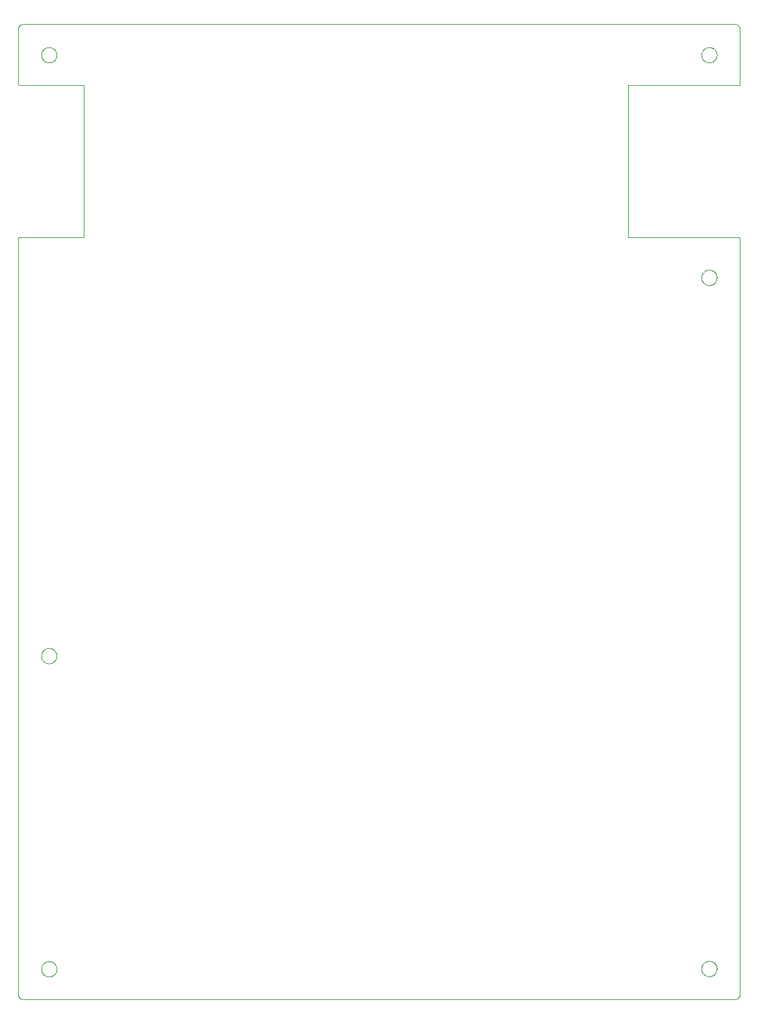
<source format=gm1>
G04 #@! TF.GenerationSoftware,KiCad,Pcbnew,(5.1.5-0-10_14)*
G04 #@! TF.CreationDate,2020-05-14T05:34:13+09:00*
G04 #@! TF.ProjectId,N-bottom-v02,4e2d626f-7474-46f6-9d2d-7630322e6b69,rev?*
G04 #@! TF.SameCoordinates,Original*
G04 #@! TF.FileFunction,Profile,NP*
%FSLAX46Y46*%
G04 Gerber Fmt 4.6, Leading zero omitted, Abs format (unit mm)*
G04 Created by KiCad (PCBNEW (5.1.5-0-10_14)) date 2020-05-14 05:34:13*
%MOMM*%
%LPD*%
G04 APERTURE LIST*
%ADD10C,0.050000*%
G04 APERTURE END LIST*
D10*
X81565227Y-30459983D02*
X81516214Y-30461856D01*
X81516214Y-30461856D02*
X81471191Y-30466920D01*
X81471191Y-30466920D02*
X81427061Y-30475058D01*
X81427061Y-30475058D02*
X81387025Y-30485272D01*
X81387025Y-30485272D02*
X81348026Y-30497941D01*
X81348026Y-30497941D02*
X81312183Y-30512100D01*
X81312183Y-30512100D02*
X81277902Y-30528064D01*
X81277902Y-30528064D02*
X81244591Y-30546043D01*
X81244591Y-30546043D02*
X81212955Y-30565597D01*
X81212955Y-30565597D02*
X81183217Y-30586428D01*
X81183217Y-30586428D02*
X81155180Y-30608520D01*
X81155180Y-30608520D02*
X81128486Y-30632078D01*
X81128486Y-30632078D02*
X81112599Y-30647435D01*
X80925147Y-38276156D02*
X80931288Y-38320203D01*
X80931288Y-38320203D02*
X80946314Y-38355731D01*
X80946314Y-38355731D02*
X80967628Y-38384725D01*
X80967628Y-38384725D02*
X80994730Y-38408170D01*
X80994730Y-38408170D02*
X81027654Y-38425518D01*
X81027654Y-38425518D02*
X81069068Y-38435374D01*
X81069068Y-38435374D02*
X81085167Y-38436176D01*
X174817940Y-38436176D02*
X174861982Y-38430000D01*
X174861982Y-38430000D02*
X174897365Y-38415020D01*
X174897365Y-38415020D02*
X174926242Y-38393837D01*
X174926242Y-38393837D02*
X174949588Y-38367020D01*
X174949588Y-38367020D02*
X174967040Y-38334265D01*
X174967040Y-38334265D02*
X174976999Y-38293713D01*
X174976999Y-38293713D02*
X174977960Y-38276156D01*
X174977960Y-58401253D02*
X174971829Y-58357318D01*
X174971829Y-58357318D02*
X174956806Y-58321801D01*
X174956806Y-58321801D02*
X174935461Y-58292765D01*
X174935461Y-58292765D02*
X174908555Y-58269436D01*
X174908555Y-58269436D02*
X174875796Y-58252060D01*
X174875796Y-58252060D02*
X174834998Y-58242136D01*
X174834998Y-58242136D02*
X174817940Y-58241233D01*
X81112599Y-30647435D02*
X81087744Y-30673746D01*
X81087744Y-30673746D02*
X81064830Y-30700898D01*
X81064830Y-30700898D02*
X81040709Y-30733178D01*
X81040709Y-30733178D02*
X81020655Y-30763664D01*
X81020655Y-30763664D02*
X81002179Y-30795606D01*
X81002179Y-30795606D02*
X80984665Y-30830501D01*
X80984665Y-30830501D02*
X80969319Y-30866376D01*
X80969319Y-30866376D02*
X80955882Y-30904058D01*
X80955882Y-30904058D02*
X80944500Y-30943797D01*
X80944500Y-30943797D02*
X80935187Y-30987057D01*
X80935187Y-30987057D02*
X80928822Y-31031444D01*
X80928822Y-31031444D02*
X80925468Y-31079620D01*
X80925468Y-31079620D02*
X80925147Y-31099978D01*
X80925147Y-31099978D02*
X80925147Y-38276156D01*
X84927000Y-154491570D02*
X84877838Y-154490385D01*
X84877838Y-154490385D02*
X84830081Y-154486948D01*
X84830081Y-154486948D02*
X84784531Y-154481530D01*
X84784531Y-154481530D02*
X84741550Y-154474463D01*
X84741550Y-154474463D02*
X84699965Y-154465774D01*
X84699965Y-154465774D02*
X84658470Y-154455229D01*
X84658470Y-154455229D02*
X84617871Y-154443041D01*
X84617871Y-154443041D02*
X84580350Y-154430068D01*
X84580350Y-154430068D02*
X84543695Y-154415740D01*
X84543695Y-154415740D02*
X84508450Y-154400350D01*
X84508450Y-154400350D02*
X84474264Y-154383834D01*
X84474264Y-154383834D02*
X84438667Y-154364884D01*
X84438667Y-154364884D02*
X84406843Y-154346330D01*
X84406843Y-154346330D02*
X84374989Y-154326136D01*
X84374989Y-154326136D02*
X84344883Y-154305449D01*
X84344883Y-154305449D02*
X84314988Y-154283249D01*
X84314988Y-154283249D02*
X84286830Y-154260701D01*
X84286830Y-154260701D02*
X84258676Y-154236420D01*
X84258676Y-154236420D02*
X84232396Y-154212041D01*
X84232396Y-154212041D02*
X84207265Y-154187017D01*
X84207265Y-154187017D02*
X84182147Y-154160143D01*
X84182147Y-154160143D02*
X84158142Y-154132504D01*
X84158142Y-154132504D02*
X84135607Y-154104588D01*
X84135607Y-154104588D02*
X84114175Y-154076014D01*
X84114175Y-154076014D02*
X84091665Y-154043532D01*
X84091665Y-154043532D02*
X84071599Y-154012066D01*
X84071599Y-154012066D02*
X84051583Y-153977838D01*
X84051583Y-153977838D02*
X84033758Y-153944454D01*
X84033758Y-153944454D02*
X84015902Y-153907570D01*
X84015902Y-153907570D02*
X84000695Y-153872685D01*
X84000695Y-153872685D02*
X83986392Y-153836046D01*
X83986392Y-153836046D02*
X83973267Y-153797992D01*
X83973267Y-153797992D02*
X83961699Y-153759448D01*
X83961699Y-153759448D02*
X83951395Y-153719136D01*
X83951395Y-153719136D02*
X83942631Y-153677613D01*
X83942631Y-153677613D02*
X83935490Y-153634695D01*
X83935490Y-153634695D02*
X83930039Y-153589605D01*
X83930039Y-153589605D02*
X83926485Y-153541521D01*
X83926485Y-153541521D02*
X83925225Y-153490810D01*
X171978220Y-153459483D02*
X171977013Y-153508992D01*
X171977013Y-153508992D02*
X171973590Y-153556304D01*
X171973590Y-153556304D02*
X171968219Y-153601421D01*
X171968219Y-153601421D02*
X171960728Y-153646670D01*
X171960728Y-153646670D02*
X171951813Y-153688753D01*
X171951813Y-153688753D02*
X171941261Y-153729795D01*
X171941261Y-153729795D02*
X171929574Y-153768493D01*
X171929574Y-153768493D02*
X171916516Y-153806155D01*
X171916516Y-153806155D02*
X171902167Y-153842767D01*
X171902167Y-153842767D02*
X171886278Y-153879004D01*
X171886278Y-153879004D02*
X171869707Y-153913127D01*
X171869707Y-153913127D02*
X171851807Y-153946675D01*
X171851807Y-153946675D02*
X171832100Y-153980418D01*
X171832100Y-153980418D02*
X171811864Y-154012205D01*
X171811864Y-154012205D02*
X171791358Y-154041939D01*
X171791358Y-154041939D02*
X171769135Y-154071776D01*
X171769135Y-154071776D02*
X171746331Y-154100170D01*
X171746331Y-154100170D02*
X171722782Y-154127421D01*
X171722782Y-154127421D02*
X171698547Y-154153530D01*
X171698547Y-154153530D02*
X171671795Y-154180325D01*
X171671795Y-154180325D02*
X171645869Y-154204468D01*
X171645869Y-154204468D02*
X171618242Y-154228414D01*
X171618242Y-154228414D02*
X171590046Y-154251117D01*
X171590046Y-154251117D02*
X171561032Y-154272809D01*
X171561032Y-154272809D02*
X171531383Y-154293352D01*
X171531383Y-154293352D02*
X171500015Y-154313429D01*
X171500015Y-154313429D02*
X171468527Y-154331983D01*
X171468527Y-154331983D02*
X171435653Y-154349749D01*
X171435653Y-154349749D02*
X171401719Y-154366465D01*
X171401719Y-154366465D02*
X171366034Y-154382359D01*
X171366034Y-154382359D02*
X171328923Y-154397143D01*
X171328923Y-154397143D02*
X171288928Y-154411180D01*
X171288928Y-154411180D02*
X171250410Y-154422916D01*
X171250410Y-154422916D02*
X171208628Y-154433741D01*
X171208628Y-154433741D02*
X171166171Y-154442776D01*
X171166171Y-154442776D02*
X171122695Y-154450036D01*
X171122695Y-154450036D02*
X171077835Y-154455468D01*
X171077835Y-154455468D02*
X171030410Y-154458980D01*
X171030410Y-154458980D02*
X170980804Y-154460242D01*
X170980804Y-154460242D02*
X170980000Y-154460243D01*
X174977960Y-38276156D02*
X174977960Y-31099978D01*
X160403440Y-38436176D02*
X174817940Y-38436176D01*
X174977960Y-156819903D02*
X174977960Y-58401253D01*
X160403440Y-58241233D02*
X160403440Y-38436176D01*
X83925225Y-112717883D02*
X83926406Y-112668911D01*
X83926406Y-112668911D02*
X83930000Y-112619754D01*
X83930000Y-112619754D02*
X83935490Y-112574382D01*
X83935490Y-112574382D02*
X83942775Y-112530796D01*
X83942775Y-112530796D02*
X83951749Y-112488618D01*
X83951749Y-112488618D02*
X83962167Y-112448220D01*
X83962167Y-112448220D02*
X83974096Y-112408861D01*
X83974096Y-112408861D02*
X83987318Y-112370913D01*
X83987318Y-112370913D02*
X84002452Y-112332621D01*
X84002452Y-112332621D02*
X84017813Y-112297861D01*
X84017813Y-112297861D02*
X84034448Y-112263806D01*
X84034448Y-112263806D02*
X84052321Y-112230484D01*
X84052321Y-112230484D02*
X84070813Y-112198890D01*
X84070813Y-112198890D02*
X84091665Y-112166161D01*
X84091665Y-112166161D02*
X84112198Y-112136441D01*
X84112198Y-112136441D02*
X84133993Y-112107212D01*
X84133993Y-112107212D02*
X84157299Y-112078236D01*
X84157299Y-112078236D02*
X84180893Y-112050991D01*
X84180893Y-112050991D02*
X84205439Y-112024616D01*
X84205439Y-112024616D02*
X84234158Y-111996012D01*
X84234158Y-111996012D02*
X84260637Y-111971567D01*
X84260637Y-111971567D02*
X84287988Y-111948075D01*
X84287988Y-111948075D02*
X84316180Y-111925561D01*
X84316180Y-111925561D02*
X84348873Y-111901433D01*
X84348873Y-111901433D02*
X84378768Y-111881086D01*
X84378768Y-111881086D02*
X84410718Y-111861018D01*
X84410718Y-111861018D02*
X84443464Y-111842134D01*
X84443464Y-111842134D02*
X84476633Y-111824633D01*
X84476633Y-111824633D02*
X84513640Y-111806929D01*
X84513640Y-111806929D02*
X84548990Y-111791721D01*
X84548990Y-111791721D02*
X84587547Y-111776928D01*
X84587547Y-111776928D02*
X84625382Y-111764161D01*
X84625382Y-111764161D02*
X84666864Y-111752067D01*
X84666864Y-111752067D02*
X84707548Y-111742075D01*
X84707548Y-111742075D02*
X84751563Y-111733274D01*
X84751563Y-111733274D02*
X84795467Y-111726523D01*
X84795467Y-111726523D02*
X84841167Y-111721591D01*
X84841167Y-111721591D02*
X84889067Y-111718672D01*
X84889067Y-111718672D02*
X84927000Y-111717970D01*
X174337880Y-157459983D02*
X174388590Y-157457998D01*
X174388590Y-157457998D02*
X174433761Y-157452840D01*
X174433761Y-157452840D02*
X174477933Y-157444599D01*
X174477933Y-157444599D02*
X174518156Y-157434224D01*
X174518156Y-157434224D02*
X174556514Y-157421645D01*
X174556514Y-157421645D02*
X174592652Y-157407243D01*
X174592652Y-157407243D02*
X174626918Y-157391128D01*
X174626918Y-157391128D02*
X174660876Y-157372595D01*
X174660876Y-157372595D02*
X174691954Y-157353181D01*
X174691954Y-157353181D02*
X174721615Y-157332214D01*
X174721615Y-157332214D02*
X174749638Y-157309950D01*
X174749638Y-157309950D02*
X174776883Y-157285688D01*
X174776883Y-157285688D02*
X174802041Y-157260628D01*
X174802041Y-157260628D02*
X174826254Y-157233661D01*
X174826254Y-157233661D02*
X174849073Y-157205154D01*
X174849073Y-157205154D02*
X174870404Y-157175152D01*
X174870404Y-157175152D02*
X174889773Y-157144315D01*
X174889773Y-157144315D02*
X174908069Y-157111042D01*
X174908069Y-157111042D02*
X174924315Y-157076821D01*
X174924315Y-157076821D02*
X174939235Y-157039681D01*
X174939235Y-157039681D02*
X174952135Y-157000484D01*
X174952135Y-157000484D02*
X174962751Y-156959243D01*
X174962751Y-156959243D02*
X174970798Y-156915978D01*
X174970798Y-156915978D02*
X174975970Y-156870723D01*
X174975970Y-156870723D02*
X174977953Y-156822491D01*
X174977953Y-156822491D02*
X174977960Y-156819903D01*
X170980000Y-152459570D02*
X171028819Y-152460752D01*
X171028819Y-152460752D02*
X171075871Y-152464157D01*
X171075871Y-152464157D02*
X171121532Y-152469619D01*
X171121532Y-152469619D02*
X171164643Y-152476768D01*
X171164643Y-152476768D02*
X171205994Y-152485487D01*
X171205994Y-152485487D02*
X171246338Y-152495802D01*
X171246338Y-152495802D02*
X171285652Y-152507630D01*
X171285652Y-152507630D02*
X171322849Y-152520492D01*
X171322849Y-152520492D02*
X171359020Y-152534622D01*
X171359020Y-152534622D02*
X171395878Y-152550741D01*
X171395878Y-152550741D02*
X171430272Y-152567430D01*
X171430272Y-152567430D02*
X171464911Y-152585937D01*
X171464911Y-152585937D02*
X171497447Y-152604965D01*
X171497447Y-152604965D02*
X171529192Y-152625172D01*
X171529192Y-152625172D02*
X171560119Y-152646526D01*
X171560119Y-152646526D02*
X171589009Y-152668079D01*
X171589009Y-152668079D02*
X171622548Y-152695214D01*
X171622548Y-152695214D02*
X171650040Y-152719318D01*
X171650040Y-152719318D02*
X171676100Y-152743869D01*
X171676100Y-152743869D02*
X171701401Y-152769465D01*
X171701401Y-152769465D02*
X171725901Y-152796089D01*
X171725901Y-152796089D02*
X171749208Y-152823303D01*
X171749208Y-152823303D02*
X171772572Y-152852681D01*
X171772572Y-152852681D02*
X171794195Y-152882021D01*
X171794195Y-152882021D02*
X171816004Y-152914049D01*
X171816004Y-152914049D02*
X171835423Y-152945004D01*
X171835423Y-152945004D02*
X171854831Y-152978688D01*
X171854831Y-152978688D02*
X171872442Y-153012158D01*
X171872442Y-153012158D02*
X171888812Y-153046357D01*
X171888812Y-153046357D02*
X171904486Y-153082664D01*
X171904486Y-153082664D02*
X171918749Y-153119688D01*
X171918749Y-153119688D02*
X171931452Y-153157035D01*
X171931452Y-153157035D02*
X171942908Y-153195764D01*
X171942908Y-153195764D02*
X171953085Y-153236258D01*
X171953085Y-153236258D02*
X171961872Y-153278913D01*
X171961872Y-153278913D02*
X171968820Y-153322202D01*
X171968820Y-153322202D02*
X171974142Y-153368844D01*
X171974142Y-153368844D02*
X171977322Y-153416899D01*
X171977322Y-153416899D02*
X171978220Y-153459483D01*
X84927000Y-113718643D02*
X84877838Y-113717458D01*
X84877838Y-113717458D02*
X84830081Y-113714021D01*
X84830081Y-113714021D02*
X84784531Y-113708603D01*
X84784531Y-113708603D02*
X84741550Y-113701536D01*
X84741550Y-113701536D02*
X84699965Y-113692847D01*
X84699965Y-113692847D02*
X84658470Y-113682302D01*
X84658470Y-113682302D02*
X84617871Y-113670114D01*
X84617871Y-113670114D02*
X84580350Y-113657141D01*
X84580350Y-113657141D02*
X84543695Y-113642813D01*
X84543695Y-113642813D02*
X84508450Y-113627423D01*
X84508450Y-113627423D02*
X84474264Y-113610907D01*
X84474264Y-113610907D02*
X84438667Y-113591957D01*
X84438667Y-113591957D02*
X84406843Y-113573403D01*
X84406843Y-113573403D02*
X84374989Y-113553209D01*
X84374989Y-113553209D02*
X84344883Y-113532522D01*
X84344883Y-113532522D02*
X84314988Y-113510322D01*
X84314988Y-113510322D02*
X84286830Y-113487774D01*
X84286830Y-113487774D02*
X84258676Y-113463493D01*
X84258676Y-113463493D02*
X84232396Y-113439114D01*
X84232396Y-113439114D02*
X84207265Y-113414090D01*
X84207265Y-113414090D02*
X84182147Y-113387216D01*
X84182147Y-113387216D02*
X84158142Y-113359577D01*
X84158142Y-113359577D02*
X84135607Y-113331661D01*
X84135607Y-113331661D02*
X84114175Y-113303087D01*
X84114175Y-113303087D02*
X84091665Y-113270605D01*
X84091665Y-113270605D02*
X84071599Y-113239139D01*
X84071599Y-113239139D02*
X84051583Y-113204911D01*
X84051583Y-113204911D02*
X84033758Y-113171527D01*
X84033758Y-113171527D02*
X84015902Y-113134643D01*
X84015902Y-113134643D02*
X84000695Y-113099758D01*
X84000695Y-113099758D02*
X83986392Y-113063119D01*
X83986392Y-113063119D02*
X83973267Y-113025065D01*
X83973267Y-113025065D02*
X83961699Y-112986521D01*
X83961699Y-112986521D02*
X83951395Y-112946209D01*
X83951395Y-112946209D02*
X83942631Y-112904686D01*
X83942631Y-112904686D02*
X83935490Y-112861768D01*
X83935490Y-112861768D02*
X83930039Y-112816678D01*
X83930039Y-112816678D02*
X83926485Y-112768594D01*
X83926485Y-112768594D02*
X83925225Y-112717883D01*
X169977547Y-153459483D02*
X169978729Y-153410511D01*
X169978729Y-153410511D02*
X169982325Y-153361354D01*
X169982325Y-153361354D02*
X169987820Y-153315982D01*
X169987820Y-153315982D02*
X169995111Y-153272396D01*
X169995111Y-153272396D02*
X170004090Y-153230218D01*
X170004090Y-153230218D02*
X170014517Y-153189820D01*
X170014517Y-153189820D02*
X170026455Y-153150461D01*
X170026455Y-153150461D02*
X170039554Y-153112871D01*
X170039554Y-153112871D02*
X170054831Y-153074221D01*
X170054831Y-153074221D02*
X170070205Y-153039461D01*
X170070205Y-153039461D02*
X170086850Y-153005406D01*
X170086850Y-153005406D02*
X170104826Y-152971919D01*
X170104826Y-152971919D02*
X170123832Y-152939525D01*
X170123832Y-152939525D02*
X170144943Y-152906507D01*
X170144943Y-152906507D02*
X170166416Y-152875600D01*
X170166416Y-152875600D02*
X170187852Y-152847031D01*
X170187852Y-152847031D02*
X170210755Y-152818684D01*
X170210755Y-152818684D02*
X170237429Y-152788136D01*
X170237429Y-152788136D02*
X170262149Y-152761906D01*
X170262149Y-152761906D02*
X170291057Y-152733473D01*
X170291057Y-152733473D02*
X170321095Y-152706215D01*
X170321095Y-152706215D02*
X170348419Y-152683243D01*
X170348419Y-152683243D02*
X170377165Y-152660782D01*
X170377165Y-152660782D02*
X170407665Y-152638708D01*
X170407665Y-152638708D02*
X170437743Y-152618580D01*
X170437743Y-152618580D02*
X170468899Y-152599323D01*
X170468899Y-152599323D02*
X170501467Y-152580825D01*
X170501467Y-152580825D02*
X170535116Y-152563349D01*
X170535116Y-152563349D02*
X170569498Y-152547122D01*
X170569498Y-152547122D02*
X170605997Y-152531600D01*
X170605997Y-152531600D02*
X170643219Y-152517494D01*
X170643219Y-152517494D02*
X170680764Y-152504955D01*
X170680764Y-152504955D02*
X170722317Y-152492969D01*
X170722317Y-152492969D02*
X170763452Y-152483001D01*
X170763452Y-152483001D02*
X170805225Y-152474738D01*
X170805225Y-152474738D02*
X170850148Y-152467893D01*
X170850148Y-152467893D02*
X170896100Y-152463025D01*
X170896100Y-152463025D02*
X170945261Y-152460157D01*
X170945261Y-152460157D02*
X170980000Y-152459570D01*
X174337880Y-30459983D02*
X81565227Y-30459983D01*
X83925225Y-153490810D02*
X83926406Y-153441838D01*
X83926406Y-153441838D02*
X83930000Y-153392681D01*
X83930000Y-153392681D02*
X83935490Y-153347309D01*
X83935490Y-153347309D02*
X83942775Y-153303723D01*
X83942775Y-153303723D02*
X83951749Y-153261545D01*
X83951749Y-153261545D02*
X83962167Y-153221147D01*
X83962167Y-153221147D02*
X83974096Y-153181788D01*
X83974096Y-153181788D02*
X83987318Y-153143840D01*
X83987318Y-153143840D02*
X84002452Y-153105548D01*
X84002452Y-153105548D02*
X84017813Y-153070788D01*
X84017813Y-153070788D02*
X84034448Y-153036733D01*
X84034448Y-153036733D02*
X84052321Y-153003411D01*
X84052321Y-153003411D02*
X84070813Y-152971817D01*
X84070813Y-152971817D02*
X84091665Y-152939088D01*
X84091665Y-152939088D02*
X84112198Y-152909368D01*
X84112198Y-152909368D02*
X84133993Y-152880139D01*
X84133993Y-152880139D02*
X84157299Y-152851163D01*
X84157299Y-152851163D02*
X84180893Y-152823918D01*
X84180893Y-152823918D02*
X84205439Y-152797543D01*
X84205439Y-152797543D02*
X84234158Y-152768939D01*
X84234158Y-152768939D02*
X84260637Y-152744493D01*
X84260637Y-152744493D02*
X84287988Y-152721001D01*
X84287988Y-152721001D02*
X84316180Y-152698487D01*
X84316180Y-152698487D02*
X84348873Y-152674359D01*
X84348873Y-152674359D02*
X84378768Y-152654012D01*
X84378768Y-152654012D02*
X84410718Y-152633944D01*
X84410718Y-152633944D02*
X84443464Y-152615060D01*
X84443464Y-152615060D02*
X84476633Y-152597559D01*
X84476633Y-152597559D02*
X84513640Y-152579855D01*
X84513640Y-152579855D02*
X84548990Y-152564647D01*
X84548990Y-152564647D02*
X84587547Y-152549854D01*
X84587547Y-152549854D02*
X84625382Y-152537087D01*
X84625382Y-152537087D02*
X84666864Y-152524993D01*
X84666864Y-152524993D02*
X84707548Y-152515001D01*
X84707548Y-152515001D02*
X84751563Y-152506200D01*
X84751563Y-152506200D02*
X84795467Y-152499449D01*
X84795467Y-152499449D02*
X84841167Y-152494517D01*
X84841167Y-152494517D02*
X84889067Y-152491598D01*
X84889067Y-152491598D02*
X84927000Y-152490896D01*
X174790847Y-30647435D02*
X174763746Y-30621904D01*
X174763746Y-30621904D02*
X174736312Y-30598873D01*
X174736312Y-30598873D02*
X174707341Y-30577205D01*
X174707341Y-30577205D02*
X174677076Y-30557134D01*
X174677076Y-30557134D02*
X174644073Y-30537910D01*
X174644073Y-30537910D02*
X174610042Y-30520706D01*
X174610042Y-30520706D02*
X174574172Y-30505200D01*
X174574172Y-30505200D02*
X174535798Y-30491370D01*
X174535798Y-30491370D02*
X174496124Y-30479873D01*
X174496124Y-30479873D02*
X174455000Y-30470807D01*
X174455000Y-30470807D02*
X174409591Y-30464019D01*
X174409591Y-30464019D02*
X174363129Y-30460479D01*
X174363129Y-30460479D02*
X174337880Y-30459983D01*
X170980000Y-154460243D02*
X170980000Y-154460243D01*
X170980000Y-154460243D02*
X170930808Y-154459058D01*
X170930808Y-154459058D02*
X170884011Y-154455715D01*
X170884011Y-154455715D02*
X170839004Y-154450424D01*
X170839004Y-154450424D02*
X170795397Y-154443315D01*
X170795397Y-154443315D02*
X170751307Y-154434095D01*
X170751307Y-154434095D02*
X170710742Y-154423748D01*
X170710742Y-154423748D02*
X170670859Y-154411774D01*
X170670859Y-154411774D02*
X170633489Y-154398873D01*
X170633489Y-154398873D02*
X170597509Y-154384850D01*
X170597509Y-154384850D02*
X170562564Y-154369657D01*
X170562564Y-154369657D02*
X170528327Y-154353192D01*
X170528327Y-154353192D02*
X170494825Y-154335486D01*
X170494825Y-154335486D02*
X170461282Y-154316079D01*
X170461282Y-154316079D02*
X170430153Y-154296468D01*
X170430153Y-154296468D02*
X170400268Y-154276088D01*
X170400268Y-154276088D02*
X170370274Y-154253985D01*
X170370274Y-154253985D02*
X170341730Y-154231292D01*
X170341730Y-154231292D02*
X170314325Y-154207843D01*
X170314325Y-154207843D02*
X170286702Y-154182404D01*
X170286702Y-154182404D02*
X170261100Y-154157037D01*
X170261100Y-154157037D02*
X170235412Y-154129653D01*
X170235412Y-154129653D02*
X170211962Y-154102760D01*
X170211962Y-154102760D02*
X170189008Y-154074447D01*
X170189008Y-154074447D02*
X170166636Y-154044687D01*
X170166636Y-154044687D02*
X170145780Y-154014712D01*
X170145780Y-154014712D02*
X170126005Y-153983953D01*
X170126005Y-153983953D02*
X170106404Y-153950794D01*
X170106404Y-153950794D02*
X170088236Y-153917172D01*
X170088236Y-153917172D02*
X170071490Y-153883136D01*
X170071490Y-153883136D02*
X170054831Y-153845581D01*
X170054831Y-153845581D02*
X170040221Y-153808665D01*
X170040221Y-153808665D02*
X170027050Y-153771048D01*
X170027050Y-153771048D02*
X170015250Y-153732395D01*
X170015250Y-153732395D02*
X170004896Y-153692718D01*
X170004896Y-153692718D02*
X169995921Y-153651271D01*
X169995921Y-153651271D02*
X169988505Y-153608038D01*
X169988505Y-153608038D02*
X169982799Y-153562618D01*
X169982799Y-153562618D02*
X169978973Y-153513391D01*
X169978973Y-153513391D02*
X169977553Y-153463528D01*
X169977553Y-153463528D02*
X169977547Y-153459483D01*
X170980000Y-35459973D02*
X170980000Y-35459973D01*
X85925221Y-34459806D02*
X85924015Y-34509314D01*
X85924015Y-34509314D02*
X85920593Y-34556622D01*
X85920593Y-34556622D02*
X85915225Y-34601732D01*
X85915225Y-34601732D02*
X85908027Y-34645435D01*
X85908027Y-34645435D02*
X85899314Y-34686966D01*
X85899314Y-34686966D02*
X85889006Y-34727470D01*
X85889006Y-34727470D02*
X85877189Y-34766929D01*
X85877189Y-34766929D02*
X85864209Y-34804610D01*
X85864209Y-34804610D02*
X85849786Y-34841591D01*
X85849786Y-34841591D02*
X85834432Y-34876805D01*
X85834432Y-34876805D02*
X85817955Y-34910959D01*
X85817955Y-34910959D02*
X85798217Y-34948010D01*
X85798217Y-34948010D02*
X85778373Y-34981863D01*
X85778373Y-34981863D02*
X85758097Y-35013598D01*
X85758097Y-35013598D02*
X85737554Y-35043281D01*
X85737554Y-35043281D02*
X85715985Y-35072174D01*
X85715985Y-35072174D02*
X85693415Y-35100249D01*
X85693415Y-35100249D02*
X85669745Y-35127617D01*
X85669745Y-35127617D02*
X85645381Y-35153838D01*
X85645381Y-35153838D02*
X85619970Y-35179300D01*
X85619970Y-35179300D02*
X85593667Y-35203837D01*
X85593667Y-35203837D02*
X85566498Y-35227424D01*
X85566498Y-35227424D02*
X85538635Y-35249918D01*
X85538635Y-35249918D02*
X85509969Y-35271423D01*
X85509969Y-35271423D02*
X85480059Y-35292222D01*
X85480059Y-35292222D02*
X85448248Y-35312633D01*
X85448248Y-35312633D02*
X85416295Y-35331487D01*
X85416295Y-35331487D02*
X85381253Y-35350384D01*
X85381253Y-35350384D02*
X85347457Y-35366946D01*
X85347457Y-35366946D02*
X85312442Y-35382476D01*
X85312442Y-35382476D02*
X85275848Y-35397016D01*
X85275848Y-35397016D02*
X85236025Y-35410969D01*
X85236025Y-35410969D02*
X85197499Y-35422692D01*
X85197499Y-35422692D02*
X85155708Y-35433504D01*
X85155708Y-35433504D02*
X85113050Y-35442564D01*
X85113050Y-35442564D02*
X85069751Y-35449779D01*
X85069751Y-35449779D02*
X85023106Y-35455375D01*
X85023106Y-35455375D02*
X84974247Y-35458865D01*
X84974247Y-35458865D02*
X84927000Y-35459973D01*
X81085167Y-58241233D02*
X81041261Y-58247333D01*
X81041261Y-58247333D02*
X81005620Y-58262382D01*
X81005620Y-58262382D02*
X80976666Y-58283645D01*
X80976666Y-58283645D02*
X80953169Y-58310780D01*
X80953169Y-58310780D02*
X80935807Y-58343706D01*
X80935807Y-58343706D02*
X80925998Y-58384635D01*
X80925998Y-58384635D02*
X80925147Y-58401253D01*
X81565227Y-157459983D02*
X174337880Y-157459983D01*
X80925147Y-58401253D02*
X80925147Y-156819903D01*
X81085167Y-38436176D02*
X89432030Y-38436176D01*
X174977960Y-31099978D02*
X174977960Y-31099978D01*
X170980000Y-33459977D02*
X171028819Y-33461158D01*
X171028819Y-33461158D02*
X171075871Y-33464556D01*
X171075871Y-33464556D02*
X171123275Y-33470259D01*
X171123275Y-33470259D02*
X171166171Y-33477437D01*
X171166171Y-33477437D02*
X171208628Y-33486473D01*
X171208628Y-33486473D02*
X171248930Y-33496880D01*
X171248930Y-33496880D02*
X171288565Y-33508914D01*
X171288565Y-33508914D02*
X171326067Y-33522001D01*
X171326067Y-33522001D02*
X171363933Y-33536969D01*
X171363933Y-33536969D02*
X171400347Y-33553099D01*
X171400347Y-33553099D02*
X171434310Y-33569761D01*
X171434310Y-33569761D02*
X171467542Y-33587657D01*
X171467542Y-33587657D02*
X171499694Y-33606565D01*
X171499694Y-33606565D02*
X171530444Y-33626209D01*
X171530444Y-33626209D02*
X171560423Y-33646932D01*
X171560423Y-33646932D02*
X171590196Y-33669166D01*
X171590196Y-33669166D02*
X171618242Y-33691746D01*
X171618242Y-33691746D02*
X171645450Y-33715304D01*
X171645450Y-33715304D02*
X171675026Y-33742939D01*
X171675026Y-33742939D02*
X171700364Y-33768481D01*
X171700364Y-33768481D02*
X171724781Y-33794918D01*
X171724781Y-33794918D02*
X171748250Y-33822221D01*
X171748250Y-33822221D02*
X171770512Y-33850065D01*
X171770512Y-33850065D02*
X171792233Y-33879322D01*
X171792233Y-33879322D02*
X171812695Y-33909065D01*
X171812695Y-33909065D02*
X171832886Y-33940858D01*
X171832886Y-33940858D02*
X171851347Y-33972456D01*
X171851347Y-33972456D02*
X171869019Y-34005448D01*
X171869019Y-34005448D02*
X171885639Y-34039505D01*
X171885639Y-34039505D02*
X171901435Y-34075324D01*
X171901435Y-34075324D02*
X171916118Y-34112574D01*
X171916118Y-34112574D02*
X171929217Y-34150170D01*
X171929217Y-34150170D02*
X171940948Y-34188798D01*
X171940948Y-34188798D02*
X171951323Y-34228823D01*
X171951323Y-34228823D02*
X171960364Y-34271007D01*
X171960364Y-34271007D02*
X171967716Y-34314603D01*
X171967716Y-34314603D02*
X171973282Y-34359993D01*
X171973282Y-34359993D02*
X171976873Y-34407583D01*
X171976873Y-34407583D02*
X171978216Y-34457380D01*
X171978216Y-34457380D02*
X171978220Y-34459806D01*
X174977960Y-31099978D02*
X174976071Y-31050969D01*
X174976071Y-31050969D02*
X174970993Y-31005950D01*
X174970993Y-31005950D02*
X174963197Y-30963505D01*
X174963197Y-30963505D02*
X174952868Y-30922740D01*
X174952868Y-30922740D02*
X174940306Y-30883902D01*
X174940306Y-30883902D02*
X174925704Y-30846866D01*
X174925704Y-30846866D02*
X174909798Y-30812707D01*
X174909798Y-30812707D02*
X174891352Y-30778558D01*
X174891352Y-30778558D02*
X174871930Y-30747164D01*
X174871930Y-30747164D02*
X174851127Y-30717453D01*
X174851127Y-30717453D02*
X174827825Y-30687933D01*
X174827825Y-30687933D02*
X174804259Y-30661333D01*
X174804259Y-30661333D02*
X174790847Y-30647435D01*
X89432030Y-58241233D02*
X81085167Y-58241233D01*
X171978220Y-34459806D02*
X171977013Y-34509314D01*
X171977013Y-34509314D02*
X171973590Y-34556622D01*
X171973590Y-34556622D02*
X171968219Y-34601732D01*
X171968219Y-34601732D02*
X171961018Y-34645435D01*
X171961018Y-34645435D02*
X171952299Y-34686966D01*
X171952299Y-34686966D02*
X171942088Y-34727098D01*
X171942088Y-34727098D02*
X171930164Y-34766929D01*
X171930164Y-34766929D02*
X171917178Y-34804610D01*
X171917178Y-34804610D02*
X171902749Y-34841591D01*
X171902749Y-34841591D02*
X171887390Y-34876805D01*
X171887390Y-34876805D02*
X171870907Y-34910959D01*
X171870907Y-34910959D02*
X171851900Y-34946692D01*
X171851900Y-34946692D02*
X171833474Y-34978324D01*
X171833474Y-34978324D02*
X171813733Y-35009518D01*
X171813733Y-35009518D02*
X171793325Y-35039309D01*
X171793325Y-35039309D02*
X171771542Y-35068753D01*
X171771542Y-35068753D02*
X171749208Y-35096786D01*
X171749208Y-35096786D02*
X171725901Y-35123981D01*
X171725901Y-35123981D02*
X171701401Y-35150592D01*
X171701401Y-35150592D02*
X171676100Y-35176168D01*
X171676100Y-35176168D02*
X171650318Y-35200444D01*
X171650318Y-35200444D02*
X171622836Y-35224529D01*
X171622836Y-35224529D02*
X171594927Y-35247264D01*
X171594927Y-35247264D02*
X171566202Y-35268999D01*
X171566202Y-35268999D02*
X171536691Y-35289709D01*
X171536691Y-35289709D02*
X171503858Y-35310953D01*
X171503858Y-35310953D02*
X171471806Y-35329999D01*
X171471806Y-35329999D02*
X171434141Y-35350384D01*
X171434141Y-35350384D02*
X171400347Y-35366946D01*
X171400347Y-35366946D02*
X171365334Y-35382476D01*
X171365334Y-35382476D02*
X171328743Y-35397016D01*
X171328743Y-35397016D02*
X171291473Y-35410135D01*
X171291473Y-35410135D02*
X171252259Y-35422169D01*
X171252259Y-35422169D02*
X171211636Y-35432790D01*
X171211636Y-35432790D02*
X171170370Y-35441723D01*
X171170370Y-35441723D02*
X171123470Y-35449666D01*
X171123470Y-35449666D02*
X171076066Y-35455375D01*
X171076066Y-35455375D02*
X171028819Y-35458790D01*
X171028819Y-35458790D02*
X170980000Y-35459973D01*
X170980000Y-62460004D02*
X171028819Y-62461185D01*
X171028819Y-62461185D02*
X171075871Y-62464583D01*
X171075871Y-62464583D02*
X171123275Y-62470286D01*
X171123275Y-62470286D02*
X171166171Y-62477464D01*
X171166171Y-62477464D02*
X171208628Y-62486500D01*
X171208628Y-62486500D02*
X171248930Y-62496907D01*
X171248930Y-62496907D02*
X171288565Y-62508941D01*
X171288565Y-62508941D02*
X171326067Y-62522028D01*
X171326067Y-62522028D02*
X171363933Y-62536996D01*
X171363933Y-62536996D02*
X171400347Y-62553126D01*
X171400347Y-62553126D02*
X171434310Y-62569788D01*
X171434310Y-62569788D02*
X171467542Y-62587684D01*
X171467542Y-62587684D02*
X171499694Y-62606592D01*
X171499694Y-62606592D02*
X171530444Y-62626236D01*
X171530444Y-62626236D02*
X171560423Y-62646959D01*
X171560423Y-62646959D02*
X171590196Y-62669193D01*
X171590196Y-62669193D02*
X171618242Y-62691773D01*
X171618242Y-62691773D02*
X171645450Y-62715331D01*
X171645450Y-62715331D02*
X171675026Y-62742966D01*
X171675026Y-62742966D02*
X171700364Y-62768508D01*
X171700364Y-62768508D02*
X171724781Y-62794945D01*
X171724781Y-62794945D02*
X171748250Y-62822248D01*
X171748250Y-62822248D02*
X171770512Y-62850092D01*
X171770512Y-62850092D02*
X171792233Y-62879349D01*
X171792233Y-62879349D02*
X171812695Y-62909092D01*
X171812695Y-62909092D02*
X171832886Y-62940885D01*
X171832886Y-62940885D02*
X171851347Y-62972483D01*
X171851347Y-62972483D02*
X171869019Y-63005475D01*
X171869019Y-63005475D02*
X171885639Y-63039532D01*
X171885639Y-63039532D02*
X171901435Y-63075351D01*
X171901435Y-63075351D02*
X171916118Y-63112601D01*
X171916118Y-63112601D02*
X171929217Y-63150197D01*
X171929217Y-63150197D02*
X171940948Y-63188825D01*
X171940948Y-63188825D02*
X171951323Y-63228849D01*
X171951323Y-63228849D02*
X171960364Y-63271033D01*
X171960364Y-63271033D02*
X171967716Y-63314629D01*
X171967716Y-63314629D02*
X171973282Y-63360019D01*
X171973282Y-63360019D02*
X171976873Y-63407609D01*
X171976873Y-63407609D02*
X171978216Y-63457406D01*
X171978216Y-63457406D02*
X171978220Y-63459832D01*
X85925221Y-112717883D02*
X85924015Y-112767392D01*
X85924015Y-112767392D02*
X85920593Y-112814704D01*
X85920593Y-112814704D02*
X85915225Y-112859821D01*
X85915225Y-112859821D02*
X85907447Y-112906605D01*
X85907447Y-112906605D02*
X85898070Y-112950363D01*
X85898070Y-112950363D02*
X85887550Y-112990795D01*
X85887550Y-112990795D02*
X85874927Y-113032001D01*
X85874927Y-113032001D02*
X85861679Y-113069571D01*
X85861679Y-113069571D02*
X85847442Y-113105387D01*
X85847442Y-113105387D02*
X85831881Y-113140504D01*
X85831881Y-113140504D02*
X85813468Y-113177926D01*
X85813468Y-113177926D02*
X85795247Y-113211497D01*
X85795247Y-113211497D02*
X85776001Y-113243957D01*
X85776001Y-113243957D02*
X85755587Y-113275616D01*
X85755587Y-113275616D02*
X85733144Y-113307652D01*
X85733144Y-113307652D02*
X85709737Y-113338459D01*
X85709737Y-113338459D02*
X85686647Y-113366606D01*
X85686647Y-113366606D02*
X85662697Y-113393743D01*
X85662697Y-113393743D02*
X85638327Y-113419459D01*
X85638327Y-113419459D02*
X85612389Y-113444943D01*
X85612389Y-113444943D02*
X85585829Y-113469226D01*
X85585829Y-113469226D02*
X85556091Y-113494453D01*
X85556091Y-113494453D02*
X85527773Y-113516712D01*
X85527773Y-113516712D02*
X85498654Y-113537956D01*
X85498654Y-113537956D02*
X85467812Y-113558775D01*
X85467812Y-113558775D02*
X85432934Y-113580385D01*
X85432934Y-113580385D02*
X85400622Y-113598698D01*
X85400622Y-113598698D02*
X85366565Y-113616328D01*
X85366565Y-113616328D02*
X85328128Y-113634289D01*
X85328128Y-113634289D02*
X85292199Y-113649315D01*
X85292199Y-113649315D02*
X85255581Y-113662958D01*
X85255581Y-113662958D02*
X85216661Y-113675695D01*
X85216661Y-113675695D02*
X85176692Y-113686950D01*
X85176692Y-113686950D02*
X85135883Y-113696601D01*
X85135883Y-113696601D02*
X85093305Y-113704751D01*
X85093305Y-113704751D02*
X85048753Y-113711235D01*
X85048753Y-113711235D02*
X85003205Y-113715753D01*
X85003205Y-113715753D02*
X84953491Y-113718293D01*
X84953491Y-113718293D02*
X84927000Y-113718643D01*
X89432030Y-38436176D02*
X89432030Y-58241233D01*
X171978220Y-63459832D02*
X171977013Y-63509340D01*
X171977013Y-63509340D02*
X171973590Y-63556648D01*
X171973590Y-63556648D02*
X171968219Y-63601758D01*
X171968219Y-63601758D02*
X171961018Y-63645461D01*
X171961018Y-63645461D02*
X171952299Y-63686992D01*
X171952299Y-63686992D02*
X171942088Y-63727125D01*
X171942088Y-63727125D02*
X171930164Y-63766956D01*
X171930164Y-63766956D02*
X171917178Y-63804637D01*
X171917178Y-63804637D02*
X171902749Y-63841618D01*
X171902749Y-63841618D02*
X171887390Y-63876832D01*
X171887390Y-63876832D02*
X171870907Y-63910986D01*
X171870907Y-63910986D02*
X171851900Y-63946719D01*
X171851900Y-63946719D02*
X171833474Y-63978351D01*
X171833474Y-63978351D02*
X171813733Y-64009545D01*
X171813733Y-64009545D02*
X171793325Y-64039336D01*
X171793325Y-64039336D02*
X171771542Y-64068780D01*
X171771542Y-64068780D02*
X171749208Y-64096813D01*
X171749208Y-64096813D02*
X171725901Y-64124008D01*
X171725901Y-64124008D02*
X171701401Y-64150619D01*
X171701401Y-64150619D02*
X171676100Y-64176195D01*
X171676100Y-64176195D02*
X171650318Y-64200471D01*
X171650318Y-64200471D02*
X171622836Y-64224556D01*
X171622836Y-64224556D02*
X171594927Y-64247291D01*
X171594927Y-64247291D02*
X171566202Y-64269026D01*
X171566202Y-64269026D02*
X171536691Y-64289736D01*
X171536691Y-64289736D02*
X171503858Y-64310980D01*
X171503858Y-64310980D02*
X171471806Y-64330026D01*
X171471806Y-64330026D02*
X171434141Y-64350411D01*
X171434141Y-64350411D02*
X171400347Y-64366973D01*
X171400347Y-64366973D02*
X171365334Y-64382503D01*
X171365334Y-64382503D02*
X171328743Y-64397043D01*
X171328743Y-64397043D02*
X171291473Y-64410162D01*
X171291473Y-64410162D02*
X171252259Y-64422196D01*
X171252259Y-64422196D02*
X171211636Y-64432817D01*
X171211636Y-64432817D02*
X171170370Y-64441750D01*
X171170370Y-64441750D02*
X171123470Y-64449693D01*
X171123470Y-64449693D02*
X171076066Y-64455402D01*
X171076066Y-64455402D02*
X171028819Y-64458817D01*
X171028819Y-64458817D02*
X170980000Y-64460000D01*
X169977547Y-34459806D02*
X169978718Y-34410975D01*
X169978718Y-34410975D02*
X169982172Y-34363146D01*
X169982172Y-34363146D02*
X169987541Y-34318101D01*
X169987541Y-34318101D02*
X169994750Y-34274455D01*
X169994750Y-34274455D02*
X170003647Y-34232219D01*
X170003647Y-34232219D02*
X170013998Y-34191769D01*
X170013998Y-34191769D02*
X170025625Y-34153090D01*
X170025625Y-34153090D02*
X170038562Y-34115621D01*
X170038562Y-34115621D02*
X170052636Y-34079544D01*
X170052636Y-34079544D02*
X170067817Y-34044675D01*
X170067817Y-34044675D02*
X170084103Y-34010847D01*
X170084103Y-34010847D02*
X170101791Y-33977407D01*
X170101791Y-33977407D02*
X170120501Y-33945048D01*
X170120501Y-33945048D02*
X170139959Y-33914097D01*
X170139959Y-33914097D02*
X170160290Y-33884224D01*
X170160290Y-33884224D02*
X170181659Y-33855132D01*
X170181659Y-33855132D02*
X170204756Y-33825982D01*
X170204756Y-33825982D02*
X170228402Y-33798284D01*
X170228402Y-33798284D02*
X170252768Y-33771737D01*
X170252768Y-33771737D02*
X170278068Y-33746083D01*
X170278068Y-33746083D02*
X170304271Y-33721342D01*
X170304271Y-33721342D02*
X170333647Y-33695606D01*
X170333647Y-33695606D02*
X170362836Y-33671934D01*
X170362836Y-33671934D02*
X170391393Y-33650451D01*
X170391393Y-33650451D02*
X170422295Y-33628925D01*
X170422295Y-33628925D02*
X170453066Y-33609134D01*
X170453066Y-33609134D02*
X170485581Y-33589886D01*
X170485581Y-33589886D02*
X170518535Y-33572017D01*
X170518535Y-33572017D02*
X170553077Y-33554951D01*
X170553077Y-33554951D02*
X170587657Y-33539484D01*
X170587657Y-33539484D02*
X170625952Y-33524144D01*
X170625952Y-33524144D02*
X170663549Y-33510832D01*
X170663549Y-33510832D02*
X170703304Y-33498560D01*
X170703304Y-33498560D02*
X170743367Y-33488002D01*
X170743367Y-33488002D02*
X170785986Y-33478693D01*
X170785986Y-33478693D02*
X170828676Y-33471293D01*
X170828676Y-33471293D02*
X170873541Y-33465547D01*
X170873541Y-33465547D02*
X170921201Y-33461666D01*
X170921201Y-33461666D02*
X170969871Y-33460024D01*
X170969871Y-33460024D02*
X170980000Y-33459977D01*
X174817940Y-58241233D02*
X160403440Y-58241233D01*
X160403440Y-58241233D02*
X160403440Y-58241233D01*
X84927000Y-152490896D02*
X84976238Y-152492097D01*
X84976238Y-152492097D02*
X85022911Y-152495483D01*
X85022911Y-152495483D02*
X85068588Y-152500945D01*
X85068588Y-152500945D02*
X85111713Y-152508094D01*
X85111713Y-152508094D02*
X85153074Y-152516813D01*
X85153074Y-152516813D02*
X85193426Y-152527128D01*
X85193426Y-152527128D02*
X85232749Y-152538956D01*
X85232749Y-152538956D02*
X85269952Y-152551818D01*
X85269952Y-152551818D02*
X85308235Y-152566821D01*
X85308235Y-152566821D02*
X85343676Y-152582385D01*
X85343676Y-152582385D02*
X85377384Y-152598756D01*
X85377384Y-152598756D02*
X85412024Y-152617263D01*
X85412024Y-152617263D02*
X85444559Y-152636291D01*
X85444559Y-152636291D02*
X85476304Y-152656498D01*
X85476304Y-152656498D02*
X85507229Y-152677852D01*
X85507229Y-152677852D02*
X85536116Y-152699405D01*
X85536116Y-152699405D02*
X85569941Y-152726783D01*
X85569941Y-152726783D02*
X85597142Y-152750644D01*
X85597142Y-152750644D02*
X85623197Y-152775196D01*
X85623197Y-152775196D02*
X85648494Y-152800792D01*
X85648494Y-152800792D02*
X85672990Y-152827416D01*
X85672990Y-152827416D02*
X85697246Y-152855788D01*
X85697246Y-152855788D02*
X85719650Y-152884008D01*
X85719650Y-152884008D02*
X85741266Y-152913348D01*
X85741266Y-152913348D02*
X85763068Y-152945376D01*
X85763068Y-152945376D02*
X85782483Y-152976331D01*
X85782483Y-152976331D02*
X85801885Y-153010015D01*
X85801885Y-153010015D02*
X85819489Y-153043485D01*
X85819489Y-153043485D02*
X85835696Y-153077339D01*
X85835696Y-153077339D02*
X85851522Y-153113991D01*
X85851522Y-153113991D02*
X85865780Y-153151015D01*
X85865780Y-153151015D02*
X85878477Y-153188362D01*
X85878477Y-153188362D02*
X85889927Y-153227091D01*
X85889927Y-153227091D02*
X85900098Y-153267585D01*
X85900098Y-153267585D02*
X85908881Y-153310240D01*
X85908881Y-153310240D02*
X85915826Y-153353529D01*
X85915826Y-153353529D02*
X85921145Y-153400171D01*
X85921145Y-153400171D02*
X85924324Y-153448226D01*
X85924324Y-153448226D02*
X85925221Y-153490810D01*
X84927000Y-111717970D02*
X84976238Y-111719171D01*
X84976238Y-111719171D02*
X85022911Y-111722557D01*
X85022911Y-111722557D02*
X85068588Y-111728019D01*
X85068588Y-111728019D02*
X85111713Y-111735168D01*
X85111713Y-111735168D02*
X85153074Y-111743887D01*
X85153074Y-111743887D02*
X85193426Y-111754202D01*
X85193426Y-111754202D02*
X85232749Y-111766030D01*
X85232749Y-111766030D02*
X85269952Y-111778892D01*
X85269952Y-111778892D02*
X85308235Y-111793895D01*
X85308235Y-111793895D02*
X85343676Y-111809459D01*
X85343676Y-111809459D02*
X85377384Y-111825830D01*
X85377384Y-111825830D02*
X85412024Y-111844337D01*
X85412024Y-111844337D02*
X85444559Y-111863365D01*
X85444559Y-111863365D02*
X85476304Y-111883572D01*
X85476304Y-111883572D02*
X85507229Y-111904926D01*
X85507229Y-111904926D02*
X85536116Y-111926479D01*
X85536116Y-111926479D02*
X85569941Y-111953857D01*
X85569941Y-111953857D02*
X85597142Y-111977718D01*
X85597142Y-111977718D02*
X85623197Y-112002269D01*
X85623197Y-112002269D02*
X85648494Y-112027865D01*
X85648494Y-112027865D02*
X85672990Y-112054489D01*
X85672990Y-112054489D02*
X85697246Y-112082861D01*
X85697246Y-112082861D02*
X85719650Y-112111081D01*
X85719650Y-112111081D02*
X85741266Y-112140421D01*
X85741266Y-112140421D02*
X85763068Y-112172449D01*
X85763068Y-112172449D02*
X85782483Y-112203404D01*
X85782483Y-112203404D02*
X85801885Y-112237088D01*
X85801885Y-112237088D02*
X85819489Y-112270558D01*
X85819489Y-112270558D02*
X85835696Y-112304412D01*
X85835696Y-112304412D02*
X85851522Y-112341064D01*
X85851522Y-112341064D02*
X85865780Y-112378088D01*
X85865780Y-112378088D02*
X85878477Y-112415435D01*
X85878477Y-112415435D02*
X85889927Y-112454164D01*
X85889927Y-112454164D02*
X85900098Y-112494658D01*
X85900098Y-112494658D02*
X85908881Y-112537313D01*
X85908881Y-112537313D02*
X85915826Y-112580602D01*
X85915826Y-112580602D02*
X85921145Y-112627244D01*
X85921145Y-112627244D02*
X85924324Y-112675299D01*
X85924324Y-112675299D02*
X85925221Y-112717883D01*
X85925221Y-153490810D02*
X85924015Y-153540319D01*
X85924015Y-153540319D02*
X85920593Y-153587631D01*
X85920593Y-153587631D02*
X85915225Y-153632748D01*
X85915225Y-153632748D02*
X85907447Y-153679532D01*
X85907447Y-153679532D02*
X85898070Y-153723290D01*
X85898070Y-153723290D02*
X85887550Y-153763722D01*
X85887550Y-153763722D02*
X85874927Y-153804928D01*
X85874927Y-153804928D02*
X85861679Y-153842498D01*
X85861679Y-153842498D02*
X85847442Y-153878314D01*
X85847442Y-153878314D02*
X85831881Y-153913431D01*
X85831881Y-153913431D02*
X85813468Y-153950853D01*
X85813468Y-153950853D02*
X85795247Y-153984424D01*
X85795247Y-153984424D02*
X85776001Y-154016884D01*
X85776001Y-154016884D02*
X85755587Y-154048543D01*
X85755587Y-154048543D02*
X85733144Y-154080579D01*
X85733144Y-154080579D02*
X85709737Y-154111386D01*
X85709737Y-154111386D02*
X85686647Y-154139533D01*
X85686647Y-154139533D02*
X85662697Y-154166670D01*
X85662697Y-154166670D02*
X85638327Y-154192386D01*
X85638327Y-154192386D02*
X85612389Y-154217870D01*
X85612389Y-154217870D02*
X85585829Y-154242153D01*
X85585829Y-154242153D02*
X85556091Y-154267380D01*
X85556091Y-154267380D02*
X85527773Y-154289639D01*
X85527773Y-154289639D02*
X85498654Y-154310883D01*
X85498654Y-154310883D02*
X85467812Y-154331702D01*
X85467812Y-154331702D02*
X85432934Y-154353312D01*
X85432934Y-154353312D02*
X85400622Y-154371625D01*
X85400622Y-154371625D02*
X85366565Y-154389255D01*
X85366565Y-154389255D02*
X85328128Y-154407216D01*
X85328128Y-154407216D02*
X85292199Y-154422242D01*
X85292199Y-154422242D02*
X85255581Y-154435885D01*
X85255581Y-154435885D02*
X85216661Y-154448622D01*
X85216661Y-154448622D02*
X85176692Y-154459877D01*
X85176692Y-154459877D02*
X85135883Y-154469528D01*
X85135883Y-154469528D02*
X85093305Y-154477678D01*
X85093305Y-154477678D02*
X85048753Y-154484162D01*
X85048753Y-154484162D02*
X85003205Y-154488680D01*
X85003205Y-154488680D02*
X84953491Y-154491220D01*
X84953491Y-154491220D02*
X84927000Y-154491570D01*
X170980000Y-35459973D02*
X170930808Y-35458790D01*
X170930808Y-35458790D02*
X170884011Y-35455451D01*
X170884011Y-35455451D02*
X170839004Y-35450167D01*
X170839004Y-35450167D02*
X170795397Y-35443067D01*
X170795397Y-35443067D02*
X170752823Y-35434209D01*
X170752823Y-35434209D02*
X170712233Y-35423935D01*
X170712233Y-35423935D02*
X170672323Y-35412034D01*
X170672323Y-35412034D02*
X170633129Y-35398545D01*
X170633129Y-35398545D02*
X170594689Y-35383504D01*
X170594689Y-35383504D02*
X170559798Y-35368223D01*
X170559798Y-35368223D02*
X170524268Y-35350988D01*
X170524268Y-35350988D02*
X170490856Y-35333153D01*
X170490856Y-35333153D02*
X170457247Y-35313520D01*
X170457247Y-35313520D02*
X170426374Y-35293890D01*
X170426374Y-35293890D02*
X170396586Y-35273398D01*
X170396586Y-35273398D02*
X170366845Y-35251299D01*
X170366845Y-35251299D02*
X170337101Y-35227424D01*
X170337101Y-35227424D02*
X170309840Y-35203837D01*
X170309840Y-35203837D02*
X170283723Y-35179560D01*
X170283723Y-35179560D02*
X170256921Y-35152758D01*
X170256921Y-35152758D02*
X170232397Y-35126362D01*
X170232397Y-35126362D02*
X170206191Y-35095919D01*
X170206191Y-35095919D02*
X170183485Y-35067414D01*
X170183485Y-35067414D02*
X170162031Y-35038389D01*
X170162031Y-35038389D02*
X170141614Y-35008575D01*
X170141614Y-35008575D02*
X170122064Y-34977678D01*
X170122064Y-34977678D02*
X170101974Y-34943058D01*
X170101974Y-34943058D02*
X170084103Y-34909269D01*
X170084103Y-34909269D02*
X170067737Y-34875250D01*
X170067737Y-34875250D02*
X170052491Y-34840182D01*
X170052491Y-34840182D02*
X170037575Y-34801735D01*
X170037575Y-34801735D02*
X170024336Y-34762905D01*
X170024336Y-34762905D02*
X170012614Y-34723188D01*
X170012614Y-34723188D02*
X170002599Y-34683182D01*
X170002599Y-34683182D02*
X169993965Y-34641209D01*
X169993965Y-34641209D02*
X169986941Y-34597444D01*
X169986941Y-34597444D02*
X169981763Y-34552274D01*
X169981763Y-34552274D02*
X169978552Y-34505112D01*
X169978552Y-34505112D02*
X169977547Y-34459806D01*
X84927000Y-113718643D02*
X84927000Y-113718643D01*
X80925147Y-156819903D02*
X80926973Y-156868691D01*
X80926973Y-156868691D02*
X80931961Y-156913738D01*
X80931961Y-156913738D02*
X80939689Y-156956326D01*
X80939689Y-156956326D02*
X80949865Y-156996812D01*
X80949865Y-156996812D02*
X80962031Y-157034727D01*
X80962031Y-157034727D02*
X80976305Y-157071234D01*
X80976305Y-157071234D02*
X80992218Y-157105633D01*
X80992218Y-157105633D02*
X81010253Y-157139204D01*
X81010253Y-157139204D02*
X81029395Y-157170330D01*
X81029395Y-157170330D02*
X81050159Y-157200147D01*
X81050159Y-157200147D02*
X81072309Y-157228418D01*
X81072309Y-157228418D02*
X81095815Y-157255204D01*
X81095815Y-157255204D02*
X81121190Y-157281055D01*
X81121190Y-157281055D02*
X81147437Y-157304969D01*
X81147437Y-157304969D02*
X81175557Y-157327855D01*
X81175557Y-157327855D02*
X81204571Y-157348876D01*
X81204571Y-157348876D02*
X81235082Y-157368465D01*
X81235082Y-157368465D02*
X81267388Y-157386683D01*
X81267388Y-157386683D02*
X81301374Y-157403300D01*
X81301374Y-157403300D02*
X81337364Y-157418278D01*
X81337364Y-157418278D02*
X81375363Y-157431384D01*
X81375363Y-157431384D02*
X81415360Y-157442358D01*
X81415360Y-157442358D02*
X81457349Y-157450938D01*
X81457349Y-157450938D02*
X81501549Y-157456856D01*
X81501549Y-157456856D02*
X81551278Y-157459832D01*
X81551278Y-157459832D02*
X81565227Y-157459983D01*
X84927000Y-35459973D02*
X84877838Y-35458790D01*
X84877838Y-35458790D02*
X84830081Y-35455357D01*
X84830081Y-35455357D02*
X84784531Y-35449946D01*
X84784531Y-35449946D02*
X84741550Y-35442889D01*
X84741550Y-35442889D02*
X84698828Y-35433945D01*
X84698828Y-35433945D02*
X84657912Y-35423523D01*
X84657912Y-35423523D02*
X84617871Y-35411503D01*
X84617871Y-35411503D02*
X84577478Y-35397484D01*
X84577478Y-35397484D02*
X84541405Y-35383283D01*
X84541405Y-35383283D02*
X84504310Y-35366946D01*
X84504310Y-35366946D02*
X84470212Y-35350298D01*
X84470212Y-35350298D02*
X84436852Y-35332414D01*
X84436852Y-35332414D02*
X84404585Y-35313520D01*
X84404585Y-35313520D02*
X84373732Y-35293890D01*
X84373732Y-35293890D02*
X84342741Y-35272522D01*
X84342741Y-35272522D02*
X84313799Y-35250956D01*
X84313799Y-35250956D02*
X84285675Y-35228386D01*
X84285675Y-35228386D02*
X84258676Y-35205088D01*
X84258676Y-35205088D02*
X84232396Y-35180729D01*
X84232396Y-35180729D02*
X84206482Y-35154916D01*
X84206482Y-35154916D02*
X84182147Y-35128873D01*
X84182147Y-35128873D02*
X84158263Y-35101400D01*
X84158263Y-35101400D02*
X84135607Y-35073360D01*
X84135607Y-35073360D02*
X84113955Y-35044501D01*
X84113955Y-35044501D02*
X84092499Y-35013598D01*
X84092499Y-35013598D02*
X84072782Y-34982826D01*
X84072782Y-34982826D02*
X84053989Y-34950972D01*
X84053989Y-34950972D02*
X84035832Y-34917368D01*
X84035832Y-34917368D02*
X84019098Y-34883350D01*
X84019098Y-34883350D02*
X84003635Y-34848622D01*
X84003635Y-34848622D02*
X83988923Y-34811775D01*
X83988923Y-34811775D02*
X83975170Y-34772770D01*
X83975170Y-34772770D02*
X83963110Y-34733414D01*
X83963110Y-34733414D02*
X83952554Y-34693007D01*
X83952554Y-34693007D02*
X83943585Y-34651571D01*
X83943585Y-34651571D02*
X83936232Y-34608736D01*
X83936232Y-34608736D02*
X83930595Y-34564117D01*
X83930595Y-34564117D02*
X83926824Y-34516909D01*
X83926824Y-34516909D02*
X83925252Y-34467490D01*
X83925252Y-34467490D02*
X83925225Y-34459806D01*
X84927000Y-33459977D02*
X84976238Y-33461177D01*
X84976238Y-33461177D02*
X85022911Y-33464556D01*
X85022911Y-33464556D02*
X85070331Y-33470259D01*
X85070331Y-33470259D02*
X85113623Y-33477509D01*
X85113623Y-33477509D02*
X85155708Y-33486473D01*
X85155708Y-33486473D02*
X85196019Y-33496880D01*
X85196019Y-33496880D02*
X85235662Y-33508914D01*
X85235662Y-33508914D02*
X85274600Y-33522534D01*
X85274600Y-33522534D02*
X85311041Y-33536969D01*
X85311041Y-33536969D02*
X85347457Y-33553099D01*
X85347457Y-33553099D02*
X85381422Y-33569761D01*
X85381422Y-33569761D02*
X85414655Y-33587657D01*
X85414655Y-33587657D02*
X85446806Y-33606565D01*
X85446806Y-33606565D02*
X85477556Y-33626209D01*
X85477556Y-33626209D02*
X85507533Y-33646932D01*
X85507533Y-33646932D02*
X85537303Y-33669166D01*
X85537303Y-33669166D02*
X85565348Y-33691746D01*
X85565348Y-33691746D02*
X85592552Y-33715304D01*
X85592552Y-33715304D02*
X85622123Y-33742939D01*
X85622123Y-33742939D02*
X85647457Y-33768481D01*
X85647457Y-33768481D02*
X85671870Y-33794918D01*
X85671870Y-33794918D02*
X85695334Y-33822221D01*
X85695334Y-33822221D02*
X85717591Y-33850065D01*
X85717591Y-33850065D02*
X85739305Y-33879322D01*
X85739305Y-33879322D02*
X85759863Y-33909221D01*
X85759863Y-33909221D02*
X85779946Y-33940858D01*
X85779946Y-33940858D02*
X85798402Y-33972456D01*
X85798402Y-33972456D02*
X85816068Y-34005448D01*
X85816068Y-34005448D02*
X85832681Y-34039505D01*
X85832681Y-34039505D02*
X85848472Y-34075324D01*
X85848472Y-34075324D02*
X85863149Y-34112574D01*
X85863149Y-34112574D02*
X85876242Y-34150170D01*
X85876242Y-34150170D02*
X85887969Y-34188798D01*
X85887969Y-34188798D02*
X85898338Y-34228823D01*
X85898338Y-34228823D02*
X85907374Y-34271007D01*
X85907374Y-34271007D02*
X85914722Y-34314603D01*
X85914722Y-34314603D02*
X85920285Y-34359993D01*
X85920285Y-34359993D02*
X85923875Y-34407583D01*
X85923875Y-34407583D02*
X85925217Y-34457380D01*
X85925217Y-34457380D02*
X85925221Y-34459806D01*
X84927000Y-35459973D02*
X84927000Y-35459973D01*
X83925225Y-34459806D02*
X83926395Y-34410975D01*
X83926395Y-34410975D02*
X83929847Y-34363146D01*
X83929847Y-34363146D02*
X83935211Y-34318101D01*
X83935211Y-34318101D02*
X83942414Y-34274455D01*
X83942414Y-34274455D02*
X83951306Y-34232219D01*
X83951306Y-34232219D02*
X83961648Y-34191769D01*
X83961648Y-34191769D02*
X83973621Y-34151994D01*
X83973621Y-34151994D02*
X83986788Y-34114008D01*
X83986788Y-34114008D02*
X84002452Y-34074271D01*
X84002452Y-34074271D02*
X84017813Y-34039505D01*
X84017813Y-34039505D02*
X84034448Y-34005448D01*
X84034448Y-34005448D02*
X84052321Y-33972126D01*
X84052321Y-33972126D02*
X84070813Y-33940535D01*
X84070813Y-33940535D02*
X84091665Y-33907811D01*
X84091665Y-33907811D02*
X84112198Y-33878098D01*
X84112198Y-33878098D02*
X84133763Y-33849174D01*
X84133763Y-33849174D02*
X84157299Y-33819913D01*
X84157299Y-33819913D02*
X84180893Y-33792682D01*
X84180893Y-33792682D02*
X84205178Y-33766589D01*
X84205178Y-33766589D02*
X84230910Y-33740852D01*
X84230910Y-33740852D02*
X84257280Y-33716306D01*
X84257280Y-33716306D02*
X84284234Y-33692948D01*
X84284234Y-33692948D02*
X84315881Y-33667558D01*
X84315881Y-33667558D02*
X84347644Y-33644094D01*
X84347644Y-33644094D02*
X84377508Y-33623721D01*
X84377508Y-33623721D02*
X84410394Y-33603041D01*
X84410394Y-33603041D02*
X84443464Y-33583980D01*
X84443464Y-33583980D02*
X84476633Y-33566499D01*
X84476633Y-33566499D02*
X84511215Y-33549918D01*
X84511215Y-33549918D02*
X84547577Y-33534202D01*
X84547577Y-33534202D02*
X84584666Y-33519894D01*
X84584666Y-33519894D02*
X84622448Y-33507029D01*
X84622448Y-33507029D02*
X84662010Y-33495337D01*
X84662010Y-33495337D02*
X84702616Y-33485158D01*
X84702616Y-33485158D02*
X84744243Y-33476577D01*
X84744243Y-33476577D02*
X84787652Y-33469571D01*
X84787652Y-33469571D02*
X84834828Y-33464150D01*
X84834828Y-33464150D02*
X84882845Y-33460928D01*
X84882845Y-33460928D02*
X84927000Y-33459977D01*
X169977547Y-63459832D02*
X169978718Y-63411001D01*
X169978718Y-63411001D02*
X169982172Y-63363172D01*
X169982172Y-63363172D02*
X169987541Y-63318127D01*
X169987541Y-63318127D02*
X169994750Y-63274481D01*
X169994750Y-63274481D02*
X170003647Y-63232245D01*
X170003647Y-63232245D02*
X170013998Y-63191796D01*
X170013998Y-63191796D02*
X170025625Y-63153117D01*
X170025625Y-63153117D02*
X170038562Y-63115648D01*
X170038562Y-63115648D02*
X170052636Y-63079571D01*
X170052636Y-63079571D02*
X170067817Y-63044702D01*
X170067817Y-63044702D02*
X170084103Y-63010874D01*
X170084103Y-63010874D02*
X170101791Y-62977434D01*
X170101791Y-62977434D02*
X170120501Y-62945075D01*
X170120501Y-62945075D02*
X170139959Y-62914124D01*
X170139959Y-62914124D02*
X170160290Y-62884251D01*
X170160290Y-62884251D02*
X170181659Y-62855159D01*
X170181659Y-62855159D02*
X170204756Y-62826009D01*
X170204756Y-62826009D02*
X170228402Y-62798311D01*
X170228402Y-62798311D02*
X170252768Y-62771764D01*
X170252768Y-62771764D02*
X170278068Y-62746110D01*
X170278068Y-62746110D02*
X170304271Y-62721369D01*
X170304271Y-62721369D02*
X170333647Y-62695633D01*
X170333647Y-62695633D02*
X170362836Y-62671961D01*
X170362836Y-62671961D02*
X170391393Y-62650478D01*
X170391393Y-62650478D02*
X170422295Y-62628952D01*
X170422295Y-62628952D02*
X170453066Y-62609161D01*
X170453066Y-62609161D02*
X170485581Y-62589913D01*
X170485581Y-62589913D02*
X170518535Y-62572044D01*
X170518535Y-62572044D02*
X170553077Y-62554978D01*
X170553077Y-62554978D02*
X170587657Y-62539511D01*
X170587657Y-62539511D02*
X170625952Y-62524171D01*
X170625952Y-62524171D02*
X170663549Y-62510859D01*
X170663549Y-62510859D02*
X170703304Y-62498587D01*
X170703304Y-62498587D02*
X170743367Y-62488029D01*
X170743367Y-62488029D02*
X170785986Y-62478720D01*
X170785986Y-62478720D02*
X170828676Y-62471320D01*
X170828676Y-62471320D02*
X170873541Y-62465574D01*
X170873541Y-62465574D02*
X170921201Y-62461693D01*
X170921201Y-62461693D02*
X170969871Y-62460051D01*
X170969871Y-62460051D02*
X170980000Y-62460004D01*
X170980000Y-64460000D02*
X170980000Y-64460000D01*
X84927000Y-154491570D02*
X84927000Y-154491570D01*
X170980000Y-64460000D02*
X170930808Y-64458817D01*
X170930808Y-64458817D02*
X170884011Y-64455478D01*
X170884011Y-64455478D02*
X170839004Y-64450194D01*
X170839004Y-64450194D02*
X170795397Y-64443094D01*
X170795397Y-64443094D02*
X170752823Y-64434236D01*
X170752823Y-64434236D02*
X170712233Y-64423962D01*
X170712233Y-64423962D02*
X170672323Y-64412061D01*
X170672323Y-64412061D02*
X170633129Y-64398572D01*
X170633129Y-64398572D02*
X170594689Y-64383531D01*
X170594689Y-64383531D02*
X170559798Y-64368250D01*
X170559798Y-64368250D02*
X170524268Y-64351015D01*
X170524268Y-64351015D02*
X170490856Y-64333180D01*
X170490856Y-64333180D02*
X170457247Y-64313547D01*
X170457247Y-64313547D02*
X170426374Y-64293917D01*
X170426374Y-64293917D02*
X170396586Y-64273425D01*
X170396586Y-64273425D02*
X170366845Y-64251326D01*
X170366845Y-64251326D02*
X170337101Y-64227451D01*
X170337101Y-64227451D02*
X170309840Y-64203864D01*
X170309840Y-64203864D02*
X170283723Y-64179587D01*
X170283723Y-64179587D02*
X170256921Y-64152785D01*
X170256921Y-64152785D02*
X170232397Y-64126389D01*
X170232397Y-64126389D02*
X170206191Y-64095946D01*
X170206191Y-64095946D02*
X170183485Y-64067441D01*
X170183485Y-64067441D02*
X170162031Y-64038416D01*
X170162031Y-64038416D02*
X170141614Y-64008602D01*
X170141614Y-64008602D02*
X170122064Y-63977705D01*
X170122064Y-63977705D02*
X170101974Y-63943085D01*
X170101974Y-63943085D02*
X170084103Y-63909296D01*
X170084103Y-63909296D02*
X170067737Y-63875277D01*
X170067737Y-63875277D02*
X170052491Y-63840209D01*
X170052491Y-63840209D02*
X170037575Y-63801762D01*
X170037575Y-63801762D02*
X170024336Y-63762932D01*
X170024336Y-63762932D02*
X170012614Y-63723215D01*
X170012614Y-63723215D02*
X170002599Y-63683208D01*
X170002599Y-63683208D02*
X169993965Y-63641235D01*
X169993965Y-63641235D02*
X169986941Y-63597470D01*
X169986941Y-63597470D02*
X169981763Y-63552300D01*
X169981763Y-63552300D02*
X169978552Y-63505138D01*
X169978552Y-63505138D02*
X169977547Y-63459832D01*
M02*

</source>
